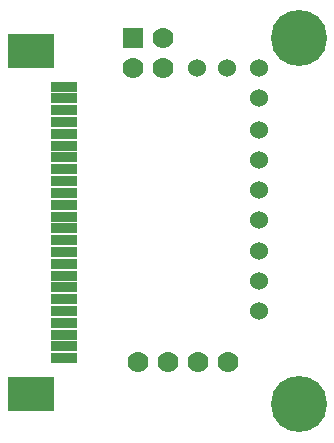
<source format=gbs>
G04 -- Generated By PCBWeb Designer*
%FSLAX24Y24*%
%MOIN*%
%OFA0B0*%
%SFA1.0B1.0*%
%AMROTRECT*21,1,$1,$2,0,0,$3*%
%AMROTOBLONG*1,1,$7,$1,$2*1,1,$7,$3,$4*21,1,$5,$6,0,0,$8*%
%ADD10C,0.025*%
%ADD11C,0.06*%
%ADD12C,0.035*%
%ADD13C,0.07*%
%ADD14C,0.006*%
%ADD15C,0.008*%
%ADD16C,0.024*%
%ADD17C,0.05*%
%ADD18C,0.028*%
%ADD19C,0.1772*%
%ADD20C,0.128*%
%ADD21C,0.1872*%
%ADD22R,0.0787X0.024*%
%ADD23R,0.0887X0.034*%
%ADD24R,0.1417X0.1055*%
%ADD25R,0.1517X0.1155*%
%ADD26C,0.01*%
%ADD27R,0.06X0.06*%
%ADD28C,0.04*%
%ADD29R,0.07X0.07*%
%ADD30C,0.0*%
%ADD31C,0.0098*%
%ADD32C,0.0591*%
%ADD33C,0.0275*%
%ADD34C,0.0197*%
G01*
%LNSTD*%
%LPD*%
G54D13*
X7874Y2215D03*
X6874Y2215D03*
X5874Y2215D03*
X4874Y2215D03*
G54D11*
X6841Y12008D03*
X7841Y12008D03*
X8908Y12008D03*
X8908Y11008D03*
X8908Y5906D03*
X8908Y4906D03*
X8908Y3906D03*
X8908Y9941D03*
X8908Y8941D03*
X8908Y7923D03*
X8908Y6923D03*
G54D21*
X10236Y787D03*
X10236Y12992D03*
G54D23*
X2411Y2323D03*
X2411Y2717D03*
X2411Y3110D03*
X2411Y3504D03*
X2411Y3898D03*
X2411Y4291D03*
X2411Y4685D03*
X2411Y5079D03*
X2411Y5472D03*
X2411Y5866D03*
X2411Y6260D03*
X2411Y6654D03*
X2411Y7047D03*
X2411Y7441D03*
X2411Y7835D03*
X2411Y8228D03*
X2411Y8622D03*
X2411Y9016D03*
X2411Y9409D03*
X2411Y9803D03*
X2411Y10197D03*
X2411Y10591D03*
X2411Y10984D03*
X2411Y11378D03*
G54D25*
X1309Y1146D03*
X1309Y12555D03*
G54D29*
X4724Y12992D03*
G54D13*
X5724Y12992D03*
X5724Y11992D03*
X4724Y11992D03*
M02*

</source>
